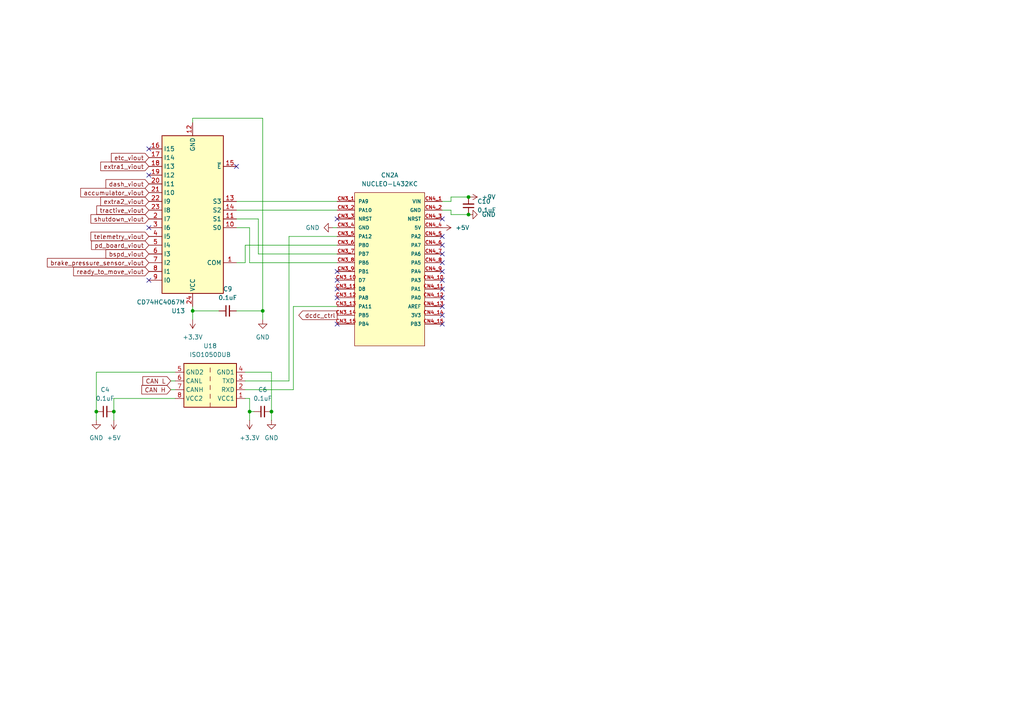
<source format=kicad_sch>
(kicad_sch (version 20231120) (generator "eeschema") (generator_version "8.0")
  (paper "A4")
  (title_block (title "PD Micro") (date "2024-11-11") (rev "1.1"))
  (lib_symbols
    (symbol "74xx:CD74HC4067M"
      (property "Reference" "U" (at -8.89 22.86 0))
      (property "Value" "CD74HC4067M" (at 1.27 22.86 0))
      (symbol "CD74HC4067M_0_1"
        (rectangle (start -8.89 21.59) (end 8.89 -24.13) (stroke (width 0.254)) (fill (type background)))
      )
      (symbol "CD74HC4067M_1_1"
        (pin passive line (at -12.7 12.7 0) (length 3.81) (name "COM") (number "1"))
        (pin input line (at -12.7 2.54 0) (length 3.81) (name "S0") (number "10"))
        (pin input line (at -12.7 0 0) (length 3.81) (name "S1") (number "11"))
        (pin power_in line (at 0 -27.94 90) (length 3.81) (name "GND") (number "12"))
        (pin input line (at -12.7 -5.08 0) (length 3.81) (name "S3") (number "13"))
        (pin input line (at -12.7 -2.54 0) (length 3.81) (name "S2") (number "14"))
        (pin input line (at -12.7 -15.24 0) (length 3.81) (name "~{E}") (number "15"))
        (pin passive line (at 12.7 -20.32 180) (length 3.81) (name "I15") (number "16"))
        (pin passive line (at 12.7 -17.78 180) (length 3.81) (name "I14") (number "17"))
        (pin passive line (at 12.7 -15.24 180) (length 3.81) (name "I13") (number "18"))
        (pin passive line (at 12.7 -12.7 180) (length 3.81) (name "I12") (number "19"))
        (pin passive line (at 12.7 0 180) (length 3.81) (name "I7") (number "2"))
        (pin passive line (at 12.7 -10.16 180) (length 3.81) (name "I11") (number "20"))
        (pin passive line (at 12.7 -7.62 180) (length 3.81) (name "I10") (number "21"))
        (pin passive line (at 12.7 -5.08 180) (length 3.81) (name "I9") (number "22"))
        (pin passive line (at 12.7 -2.54 180) (length 3.81) (name "I8") (number "23"))
        (pin power_in line (at 0 25.4 270) (length 3.81) (name "VCC") (number "24"))
        (pin passive line (at 12.7 2.54 180) (length 3.81) (name "I6") (number "3"))
        (pin passive line (at 12.7 5.08 180) (length 3.81) (name "I5") (number "4"))
        (pin passive line (at 12.7 7.62 180) (length 3.81) (name "I4") (number "5"))
        (pin passive line (at 12.7 10.16 180) (length 3.81) (name "I3") (number "6"))
        (pin passive line (at 12.7 12.7 180) (length 3.81) (name "I2") (number "7"))
        (pin passive line (at 12.7 15.24 180) (length 3.81) (name "I1") (number "8"))
        (pin passive line (at 12.7 17.78 180) (length 3.81) (name "I0") (number "9"))
      )
    )
    (symbol "Device:C_Small" (pin_numbers hide) (pin_names (offset 0.254) hide)
      (property "Reference" "C" (at 0.254 1.778 0))
      (property "Value" "C_Small" (at 0.254 -2.032 0))
      (symbol "C_Small_0_1"
        (polyline (pts (xy -1.524 -0.508) (xy 1.524 -0.508)) (stroke (width 0.3302)))
        (polyline (pts (xy -1.524 0.508) (xy 1.524 0.508)) (stroke (width 0.3048)))
      )
      (symbol "C_Small_1_1"
        (pin passive line (at 0 2.54 270) (length 2.032) (name "~") (number "1"))
        (pin passive line (at 0 -2.54 90) (length 2.032) (name "~") (number "2"))
      )
    )
    (symbol "FS_3_Global_Symbol_Library:NUCLEO-L432KC" (pin_names (offset 1.016))
      (property "Reference" "CN" (at 7.62 18.288 0))
      (property "Value" "NUCLEO-L432KC" (at -7.62 -25.4 0))
      (symbol "NUCLEO-L432KC_1_0"
        (rectangle (start -10.16 17.78) (end 10.16 -26.67) (stroke (width 0.1524)) (fill (type background)))
        (pin bidirectional line (at -15.24 15.24 0) (length 5.08) (name "PA9") (number "CN3_1"))
        (pin bidirectional line (at -15.24 -12.7 0) (length 5.08) (name "PA8") (number "CN3_12"))
        (pin bidirectional line (at -15.24 -15.24 0) (length 5.08) (name "PA11") (number "CN3_13"))
        (pin bidirectional line (at -15.24 -17.78 0) (length 5.08) (name "PB5") (number "CN3_14"))
        (pin bidirectional line (at -15.24 -20.32 0) (length 5.08) (name "PB4") (number "CN3_15"))
        (pin bidirectional line (at -15.24 12.7 0) (length 5.08) (name "PA10") (number "CN3_2"))
        (pin bidirectional line (at -15.24 5.08 0) (length 5.08) (name "PA12") (number "CN3_5"))
        (pin bidirectional line (at -15.24 2.54 0) (length 5.08) (name "PB0") (number "CN3_6"))
        (pin bidirectional line (at -15.24 0 0) (length 5.08) (name "PB7") (number "CN3_7"))
        (pin bidirectional line (at -15.24 -2.54 0) (length 5.08) (name "PB6") (number "CN3_8"))
        (pin bidirectional line (at -15.24 -5.08 0) (length 5.08) (name "PB1") (number "CN3_9"))
      )
      (symbol "NUCLEO-L432KC_1_1"
        (pin bidirectional line (at -15.24 -7.62 0) (length 5.08) (name "D7") (number "CN3_10"))
        (pin bidirectional line (at -15.24 -10.16 0) (length 5.08) (name "D8") (number "CN3_11"))
        (pin bidirectional line (at -15.24 10.16 0) (length 5.08) (name "NRST") (number "CN3_3"))
        (pin power_in line (at -15.24 7.62 0) (length 5.08) (name "GND") (number "CN3_4"))
        (pin power_in line (at 15.24 15.24 180) (length 5.08) (name "VIN") (number "CN4_1"))
        (pin bidirectional line (at 15.24 -7.62 180) (length 5.08) (name "PA3") (number "CN4_10"))
        (pin bidirectional line (at 15.24 -10.16 180) (length 5.08) (name "PA1") (number "CN4_11"))
        (pin bidirectional line (at 15.24 -12.7 180) (length 5.08) (name "PA0") (number "CN4_12"))
        (pin bidirectional line (at 15.24 -15.24 180) (length 5.08) (name "AREF") (number "CN4_13"))
        (pin power_out line (at 15.24 -17.78 180) (length 5.08) (name "3V3") (number "CN4_14"))
        (pin bidirectional line (at 15.24 -20.32 180) (length 5.08) (name "PB3") (number "CN4_15"))
        (pin power_in line (at 15.24 12.7 180) (length 5.08) (name "GND") (number "CN4_2"))
        (pin bidirectional line (at 15.24 10.16 180) (length 5.08) (name "NRST") (number "CN4_3"))
        (pin power_out line (at 15.24 7.62 180) (length 5.08) (name "5V") (number "CN4_4"))
        (pin bidirectional line (at 15.24 5.08 180) (length 5.08) (name "PA2") (number "CN4_5"))
        (pin bidirectional line (at 15.24 2.54 180) (length 5.08) (name "PA7") (number "CN4_6"))
        (pin bidirectional line (at 15.24 0 180) (length 5.08) (name "PA6") (number "CN4_7"))
        (pin bidirectional line (at 15.24 -2.54 180) (length 5.08) (name "PA5") (number "CN4_8"))
        (pin bidirectional line (at 15.24 -5.08 180) (length 5.08) (name "PA4") (number "CN4_9"))
      )
      (symbol "NUCLEO-L432KC_2_0"
        (rectangle (start -10.16 -17.78) (end 10.16 17.78) (stroke (width 0.1524)) (fill (type background)))
        (text "CN4" (at -10.16 18.542 0) (effects (font (size 1.778 1.778)) (justify left bottom)))
        (pin input line (at -15.24 7.62 0) (length 5.08) (name "VIN") (number "CN4_1"))
        (pin bidirectional line (at -15.24 -10.16 0) (length 5.08) (name "PA3") (number "CN4_10"))
        (pin bidirectional line (at -15.24 -5.08 0) (length 5.08) (name "PA1") (number "CN4_11"))
        (pin bidirectional line (at -15.24 -2.54 0) (length 5.08) (name "PA0") (number "CN4_12"))
        (pin bidirectional line (at 15.24 7.62 180) (length 5.08) (name "AREF") (number "CN4_13"))
        (pin power_in line (at 15.24 12.7 180) (length 5.08) (name "+3V3") (number "CN4_14"))
        (pin bidirectional line (at 15.24 2.54 180) (length 5.08) (name "PB3") (number "CN4_15"))
        (pin power_in line (at 15.24 -15.24 180) (length 5.08) (name "GND_CN4") (number "CN4_2"))
        (pin bidirectional line (at -15.24 2.54 0) (length 5.08) (name "NRST_CN4") (number "CN4_3"))
        (pin power_in line (at 15.24 15.24 180) (length 5.08) (name "+5V") (number "CN4_4"))
        (pin bidirectional line (at -15.24 -7.62 0) (length 5.08) (name "PA2") (number "CN4_5"))
        (pin bidirectional line (at 15.24 -10.16 180) (length 5.08) (name "PA7") (number "CN4_6"))
        (pin bidirectional line (at 15.24 -7.62 180) (length 5.08) (name "PA6") (number "CN4_7"))
        (pin bidirectional line (at 15.24 -5.08 180) (length 5.08) (name "PA5") (number "CN4_8"))
        (pin bidirectional line (at 15.24 -2.54 180) (length 5.08) (name "PA4") (number "CN4_9"))
      )
      (symbol "NUCLEO-L432KC_2_1"
        (pin bidirectional line (at 17.78 6.35 180) (length 5.08) (name "PA2") (number "-UB"))
      )
    )
    (symbol "Interface_CAN_LIN:ISO1050DUB"
      (property "Reference" "U" (at -6.35 6.35 0))
      (property "Value" "ISO1050DUB" (at 2.54 6.35 0))
      (symbol "ISO1050DUB_0_1"
        (rectangle (start -7.62 5.08) (end 7.62 -7.62) (stroke (width 0.254)) (fill (type background)))
        (polyline (pts (xy 0 -5.08) (xy 0 -6.35)))
        (polyline (pts (xy 0 -2.54) (xy 0 -3.81)))
        (polyline (pts (xy 0 0) (xy 0 -1.27)))
        (polyline (pts (xy 0 2.54) (xy 0 1.27)))
        (polyline (pts (xy 0 5.08) (xy 0 3.81)))
      )
      (symbol "ISO1050DUB_1_1"
        (pin power_in line (at -10.16 2.54 0) (length 2.54) (name "VCC1") (number "1"))
        (pin output line (at -10.16 0 0) (length 2.54) (name "RXD") (number "2"))
        (pin input line (at -10.16 -2.54 0) (length 2.54) (name "TXD") (number "3"))
        (pin power_in line (at -10.16 -5.08 0) (length 2.54) (name "GND1") (number "4"))
        (pin power_in line (at 10.16 -5.08 180) (length 2.54) (name "GND2") (number "5"))
        (pin bidirectional line (at 10.16 -2.54 180) (length 2.54) (name "CANL") (number "6"))
        (pin bidirectional line (at 10.16 0 180) (length 2.54) (name "CANH") (number "7"))
        (pin power_in line (at 10.16 2.54 180) (length 2.54) (name "VCC2") (number "8"))
      )
    )
    (symbol "power:+3.3V" (power) (pin_numbers hide) (pin_names (offset 0) hide)
      (property "Value" "+3.3V" (at 0 3.556 0))
      (symbol "+3.3V_0_1"
        (polyline (pts (xy -0.762 1.27) (xy 0 2.54)))
        (polyline (pts (xy 0 0) (xy 0 2.54)))
        (polyline (pts (xy 0 2.54) (xy 0.762 1.27)))
      )
      (symbol "+3.3V_1_1"
        (pin power_in line (at 0 0 90) (length 0) (name "~") (number "1"))
      )
    )
    (symbol "power:+5V" (power) (pin_numbers hide) (pin_names (offset 0) hide)
      (property "Value" "+5V" (at 0 3.556 0))
      (symbol "+5V_0_1"
        (polyline (pts (xy -0.762 1.27) (xy 0 2.54)))
        (polyline (pts (xy 0 0) (xy 0 2.54)))
        (polyline (pts (xy 0 2.54) (xy 0.762 1.27)))
      )
      (symbol "+5V_1_1"
        (pin power_in line (at 0 0 90) (length 0) (name "~") (number "1"))
      )
    )
    (symbol "power:+9V" (power) (pin_numbers hide) (pin_names (offset 0) hide)
      (property "Value" "+9V" (at 0 3.556 0))
      (symbol "+9V_0_1"
        (polyline (pts (xy -0.762 1.27) (xy 0 2.54)))
        (polyline (pts (xy 0 0) (xy 0 2.54)))
        (polyline (pts (xy 0 2.54) (xy 0.762 1.27)))
      )
      (symbol "+9V_1_1"
        (pin power_in line (at 0 0 90) (length 0) (name "~") (number "1"))
      )
    )
    (symbol "power:GND" (power) (pin_numbers hide) (pin_names (offset 0) hide)
      (property "Value" "GND" (at 0 -3.81 0))
      (symbol "GND_0_1"
        (polyline (pts (xy 0 0) (xy 0 -1.27) (xy 1.27 -1.27) (xy 0 -2.54) (xy -1.27 -1.27) (xy 0 -1.27)))
      )
      (symbol "GND_1_1"
        (pin power_in line (at 0 0 270) (length 0) (name "~") (number "1"))
      )
    )
  )
  (junction (at 76.2 90.17))
  (junction (at 78.74 119.38))
  (junction (at 55.88 90.17))
  (junction (at 33.02 119.38))
  (junction (at 27.94 119.38))
  (junction (at 135.89 62.23))
  (junction (at 135.89 57.15))
  (junction (at 72.39 119.38))
  (no_connect (at 128.27 76.2))
  (no_connect (at 128.27 91.44))
  (no_connect (at 128.27 71.12))
  (no_connect (at 97.79 93.98))
  (no_connect (at 97.79 81.28))
  (no_connect (at 128.27 86.36))
  (no_connect (at 97.79 78.74))
  (no_connect (at 97.79 63.5))
  (no_connect (at 128.27 73.66))
  (no_connect (at 43.18 81.28))
  (no_connect (at 128.27 93.98))
  (no_connect (at 128.27 88.9))
  (no_connect (at 128.27 63.5))
  (no_connect (at 43.18 43.18))
  (no_connect (at 97.79 86.36))
  (no_connect (at 43.18 50.8))
  (no_connect (at 68.58 48.26))
  (no_connect (at 43.18 66.04))
  (no_connect (at 128.27 68.58))
  (no_connect (at 128.27 83.82))
  (no_connect (at 97.79 83.82))
  (no_connect (at 128.27 78.74))
  (no_connect (at 128.27 81.28))
  (wire (pts (xy 83.82 110.49) (xy 71.12 110.49)))
  (wire (pts (xy 72.39 76.2) (xy 97.79 76.2)))
  (wire (pts (xy 72.39 66.04) (xy 68.58 66.04)))
  (wire (pts (xy 130.81 58.42) (xy 128.27 58.42)))
  (wire (pts (xy 78.74 119.38) (xy 78.74 107.95)))
  (wire (pts (xy 33.02 115.57) (xy 33.02 119.38)))
  (wire (pts (xy 72.39 115.57) (xy 71.12 115.57)))
  (wire (pts (xy 33.02 115.57) (xy 50.8 115.57)))
  (wire (pts (xy 68.58 90.17) (xy 76.2 90.17)))
  (wire (pts (xy 68.58 76.2) (xy 71.12 76.2)))
  (wire (pts (xy 85.09 88.9) (xy 97.79 88.9)))
  (wire (pts (xy 27.94 107.95) (xy 50.8 107.95)))
  (wire (pts (xy 72.39 119.38) (xy 72.39 121.92)))
  (wire (pts (xy 76.2 34.29) (xy 55.88 34.29)))
  (wire (pts (xy 85.09 113.03) (xy 85.09 88.9)))
  (wire (pts (xy 74.93 63.5) (xy 74.93 73.66)))
  (wire (pts (xy 27.94 107.95) (xy 27.94 119.38)))
  (wire (pts (xy 55.88 90.17) (xy 55.88 92.71)))
  (wire (pts (xy 55.88 88.9) (xy 55.88 90.17)))
  (wire (pts (xy 68.58 60.96) (xy 97.79 60.96)))
  (wire (pts (xy 50.8 110.49) (xy 49.53 110.49)))
  (wire (pts (xy 83.82 68.58) (xy 97.79 68.58)))
  (wire (pts (xy 71.12 76.2) (xy 71.12 71.12)))
  (wire (pts (xy 72.39 115.57) (xy 72.39 119.38)))
  (wire (pts (xy 33.02 119.38) (xy 33.02 121.92)))
  (wire (pts (xy 96.52 66.04) (xy 97.79 66.04)))
  (wire (pts (xy 83.82 110.49) (xy 83.82 68.58)))
  (wire (pts (xy 72.39 119.38) (xy 73.66 119.38)))
  (wire (pts (xy 72.39 66.04) (xy 72.39 76.2)))
  (wire (pts (xy 68.58 58.42) (xy 97.79 58.42)))
  (wire (pts (xy 130.81 62.23) (xy 130.81 60.96)))
  (wire (pts (xy 76.2 34.29) (xy 76.2 90.17)))
  (wire (pts (xy 130.81 57.15) (xy 135.89 57.15)))
  (wire (pts (xy 78.74 107.95) (xy 71.12 107.95)))
  (wire (pts (xy 85.09 113.03) (xy 71.12 113.03)))
  (wire (pts (xy 130.81 62.23) (xy 135.89 62.23)))
  (wire (pts (xy 76.2 90.17) (xy 76.2 92.71)))
  (wire (pts (xy 78.74 121.92) (xy 78.74 119.38)))
  (wire (pts (xy 74.93 73.66) (xy 97.79 73.66)))
  (wire (pts (xy 130.81 60.96) (xy 128.27 60.96)))
  (wire (pts (xy 55.88 34.29) (xy 55.88 35.56)))
  (wire (pts (xy 130.81 57.15) (xy 130.81 58.42)))
  (wire (pts (xy 71.12 71.12) (xy 97.79 71.12)))
  (wire (pts (xy 50.8 113.03) (xy 49.53 113.03)))
  (wire (pts (xy 27.94 119.38) (xy 27.94 121.92)))
  (wire (pts (xy 74.93 63.5) (xy 68.58 63.5)))
  (wire (pts (xy 55.88 90.17) (xy 63.5 90.17)))
  (global_label "accumulator_viout" (shape input) (at 43.18 55.88 180) (property "Intersheetrefs" "${INTERSHEET_REFS}" (effects (hide yes))))
  (global_label "CAN H" (shape input) (at 49.53 113.03 180) (property "Intersheetrefs" "${INTERSHEET_REFS}" (effects (hide yes))))
  (global_label "CAN L" (shape input) (at 49.53 110.49 180) (property "Intersheetrefs" "${INTERSHEET_REFS}" (effects (hide yes))))
  (global_label "shutdown_viout" (shape input) (at 43.18 63.5 180) (property "Intersheetrefs" "${INTERSHEET_REFS}" (effects (hide yes))))
  (global_label "pd_board_viout" (shape input) (at 43.18 71.12 180) (property "Intersheetrefs" "${INTERSHEET_REFS}" (effects (hide yes))))
  (global_label "ready_to_move_viout" (shape input) (at 43.18 78.74 180) (property "Intersheetrefs" "${INTERSHEET_REFS}" (effects (hide yes))))
  (global_label "telemetry_viout" (shape input) (at 43.18 68.58 180) (property "Intersheetrefs" "${INTERSHEET_REFS}" (effects (hide yes))))
  (global_label "extra2_viout" (shape input) (at 43.18 58.42 180) (property "Intersheetrefs" "${INTERSHEET_REFS}" (effects (hide yes))))
  (global_label "extra1_viout" (shape input) (at 43.18 48.26 180) (property "Intersheetrefs" "${INTERSHEET_REFS}" (effects (hide yes))))
  (global_label "bspd_viout" (shape input) (at 43.18 73.66 180) (property "Intersheetrefs" "${INTERSHEET_REFS}" (effects (hide yes))))
  (global_label "etc_viout" (shape input) (at 43.18 45.72 180) (property "Intersheetrefs" "${INTERSHEET_REFS}" (effects (hide yes))))
  (global_label "dcdc_ctrl" (shape output) (at 97.79 91.44 180) (property "Intersheetrefs" "${INTERSHEET_REFS}" (effects (hide yes))))
  (global_label "tractive_viout" (shape input) (at 43.18 60.96 180) (property "Intersheetrefs" "${INTERSHEET_REFS}" (effects (hide yes))))
  (global_label "dash_viout" (shape input) (at 43.18 53.34 180) (property "Intersheetrefs" "${INTERSHEET_REFS}" (effects (hide yes))))
  (global_label "brake_pressure_sensor_viout" (shape input) (at 43.18 76.2 180) (property "Intersheetrefs" "${INTERSHEET_REFS}" (effects (hide yes))))
  (symbol (lib_id "power:+5V") (at 128.27 66.04 270) (unit 1)
    (property "Reference" "#PWR055" (effects (hide yes)))
    (property "Value" "+5V" (at 132.08 66.0399 90) (effects (justify left)))
    (property "Description" "Power symbol creates a global label with name \"+5V\"" (effects (hide yes)))
  )
  (symbol (lib_id "power:GND") (at 135.89 62.23 90) (unit 1)
    (property "Reference" "#PWR049" (effects (hide yes)))
    (property "Value" "GND" (at 139.7 62.2299 90) (effects (justify right)))
    (property "Description" "Power symbol creates a global label with name \"GND\" , ground" (effects (hide yes)))
  )
  (symbol (lib_id "Device:C_Small") (at 135.89 59.69 180) (unit 1)
    (property "Reference" "C10" (at 138.43 58.4135 0) (effects (justify right)))
    (property "Value" "0.1uF" (at 138.43 60.9535 0) (effects (justify right)))
    (property "Footprint" "Capacitor_SMD:C_0805_2012Metric_Pad1.18x1.45mm_HandSolder" (effects (hide yes)))
    (property "Datasheet" "https://www.yageo.com/upload/media/product/productsearch/datasheet/mlcc/UPY-GPHC_X7R_6.3V-to-250V_24.pdf" (effects (hide yes)))
    (property "Description" "Unpolarized capacitor, small symbol" (effects (hide yes)))
  )
  (symbol (lib_id "power:+5V") (at 33.02 121.92 180) (unit 1)
    (property "Reference" "#PWR051" (effects (hide yes)))
    (property "Value" "+5V" (at 33.02 127 0))
    (property "Description" "Power symbol creates a global label with name \"+5V\"" (effects (hide yes)))
  )
  (symbol (lib_id "Device:C_Small") (at 30.48 119.38 90) (unit 1)
    (property "Reference" "C4" (at 30.4863 113.03 90))
    (property "Value" "0.1uF" (at 30.4863 115.57 90))
    (property "Footprint" "Capacitor_SMD:C_0805_2012Metric_Pad1.18x1.45mm_HandSolder" (effects (hide yes)))
    (property "Datasheet" "https://www.yageo.com/upload/media/product/productsearch/datasheet/mlcc/UPY-GPHC_X7R_6.3V-to-250V_24.pdf" (effects (hide yes)))
    (property "Description" "Unpolarized capacitor, small symbol" (effects (hide yes)))
  )
  (symbol (lib_id "74xx:CD74HC4067M") (at 55.88 63.5 180) (unit 1)
    (property "Reference" "U13" (at 53.6859 90.17 0) (effects (justify left)))
    (property "Value" "CD74HC4067M" (at 53.6859 87.63 0) (effects (justify left)))
    (property "Footprint" "Package_SO:SOIC-24W_7.5x15.4mm_P1.27mm" (effects (hide yes)))
    (property "Datasheet" "http://www.ti.com/lit/ds/symlink/cd74hc4067.pdf" (effects (hide yes)))
    (property "Description" "High-Speed CMOS Logic 16-Channel Analog Multiplexer/Demultiplexer, SOIC-24" (effects (hide yes)))
  )
  (symbol (lib_id "Interface_CAN_LIN:ISO1050DUB") (at 60.96 113.03 180) (unit 1)
    (property "Reference" "U18" (at 60.96 100.33 0))
    (property "Value" "ISO1050DUB" (at 60.96 102.87 0))
    (property "Footprint" "Package_SO:SOP-8_6.62x9.15mm_P2.54mm" (effects (hide yes)))
    (property "Datasheet" "http://www.ti.com/lit/ds/symlink/iso1050.pdf" (effects (hide yes)))
    (property "Description" "Isolated CAN Transceiver, SOP-8" (effects (hide yes)))
  )
  (symbol (lib_id "FS_3_Global_Symbol_Library:NUCLEO-L432KC") (at 113.03 73.66 0) (unit 1)
    (property "Reference" "CN2" (at 113.03 50.8 0))
    (property "Value" "NUCLEO-L432KC" (at 113.03 53.34 0))
    (property "Footprint" "FS_3_Global_Footprint_Library:NUCLEO-L432KC" (effects (hide yes)))
    (property "Datasheet" "https://www.st.com/content/ccc/resource/technical/document/data_brief/b1/d8/13/d4/b0/b7/4b/6e/DM00214578.pdf/files/DM00214578.pdf/jcr:content/translations/en.DM00214578.pdf" (effects (hide yes)))
    (property "Description" "STM32 Microcontroller" (effects (hide yes)))
    (property "PARTREV" "N/A" (effects (hide yes)))
    (property "STANDARD" "Manufacturer Recommendations" (effects (hide yes)))
    (property "MAXIMUM_PACKAGE_HEIGHT" "N/A" (effects (hide yes)))
    (property "MANUFACTURER" "ST Microelectronics" (effects (hide yes)))
  )
  (symbol (lib_id "power:+3.3V") (at 72.39 121.92 180) (unit 1)
    (property "Reference" "#PWR053" (effects (hide yes)))
    (property "Value" "+3.3V" (at 72.39 127 0))
    (property "Description" "Power symbol creates a global label with name \"+3.3V\"" (effects (hide yes)))
  )
  (symbol (lib_id "power:GND") (at 27.94 121.92 0) (unit 1)
    (property "Reference" "#PWR054" (effects (hide yes)))
    (property "Value" "GND" (at 27.94 127 0))
    (property "Description" "Power symbol creates a global label with name \"GND\" , ground" (effects (hide yes)))
  )
  (symbol (lib_id "Device:C_Small") (at 66.04 90.17 90) (unit 1)
    (property "Reference" "C9" (at 66.0463 83.82 90))
    (property "Value" "0.1uF" (at 66.0463 86.36 90))
    (property "Footprint" "Capacitor_SMD:C_0805_2012Metric_Pad1.18x1.45mm_HandSolder" (effects (hide yes)))
    (property "Datasheet" "https://www.yageo.com/upload/media/product/productsearch/datasheet/mlcc/UPY-GPHC_X7R_6.3V-to-250V_24.pdf" (effects (hide yes)))
    (property "Description" "Unpolarized capacitor, small symbol" (effects (hide yes)))
  )
  (symbol (lib_id "power:+9V") (at 135.89 57.15 270) (unit 1)
    (property "Reference" "#PWR047" (effects (hide yes)))
    (property "Value" "+9V" (at 139.7 57.1499 90) (effects (justify left)))
    (property "Description" "Power symbol creates a global label with name \"+9V\"" (effects (hide yes)))
  )
  (symbol (lib_id "power:GND") (at 96.52 66.04 270) (unit 1)
    (property "Reference" "#PWR050" (effects (hide yes)))
    (property "Value" "GND" (at 92.71 66.0399 90) (effects (justify right)))
    (property "Description" "Power symbol creates a global label with name \"GND\" , ground" (effects (hide yes)))
  )
  (symbol (lib_id "Device:C_Small") (at 76.2 119.38 90) (unit 1)
    (property "Reference" "C6" (at 76.2063 113.03 90))
    (property "Value" "0.1uF" (at 76.2063 115.57 90))
    (property "Footprint" "Capacitor_SMD:C_0805_2012Metric_Pad1.18x1.45mm_HandSolder" (effects (hide yes)))
    (property "Datasheet" "https://www.yageo.com/upload/media/product/productsearch/datasheet/mlcc/UPY-GPHC_X7R_6.3V-to-250V_24.pdf" (effects (hide yes)))
    (property "Description" "Unpolarized capacitor, small symbol" (effects (hide yes)))
  )
  (symbol (lib_id "power:GND") (at 76.2 92.71 0) (unit 1)
    (property "Reference" "#PWR048" (effects (hide yes)))
    (property "Value" "GND" (at 76.2 97.79 0))
    (property "Description" "Power symbol creates a global label with name \"GND\" , ground" (effects (hide yes)))
  )
  (symbol (lib_id "power:GND") (at 78.74 121.92 0) (unit 1)
    (property "Reference" "#PWR052" (effects (hide yes)))
    (property "Value" "GND" (at 78.74 127 0))
    (property "Description" "Power symbol creates a global label with name \"GND\" , ground" (effects (hide yes)))
  )
  (symbol (lib_id "power:+3.3V") (at 55.88 92.71 180) (unit 1)
    (property "Reference" "#PWR030" (effects (hide yes)))
    (property "Value" "+3.3V" (at 55.88 97.79 0))
    (property "Description" "Power symbol creates a global label with name \"+3.3V\"" (effects (hide yes)))
  )
)
</source>
